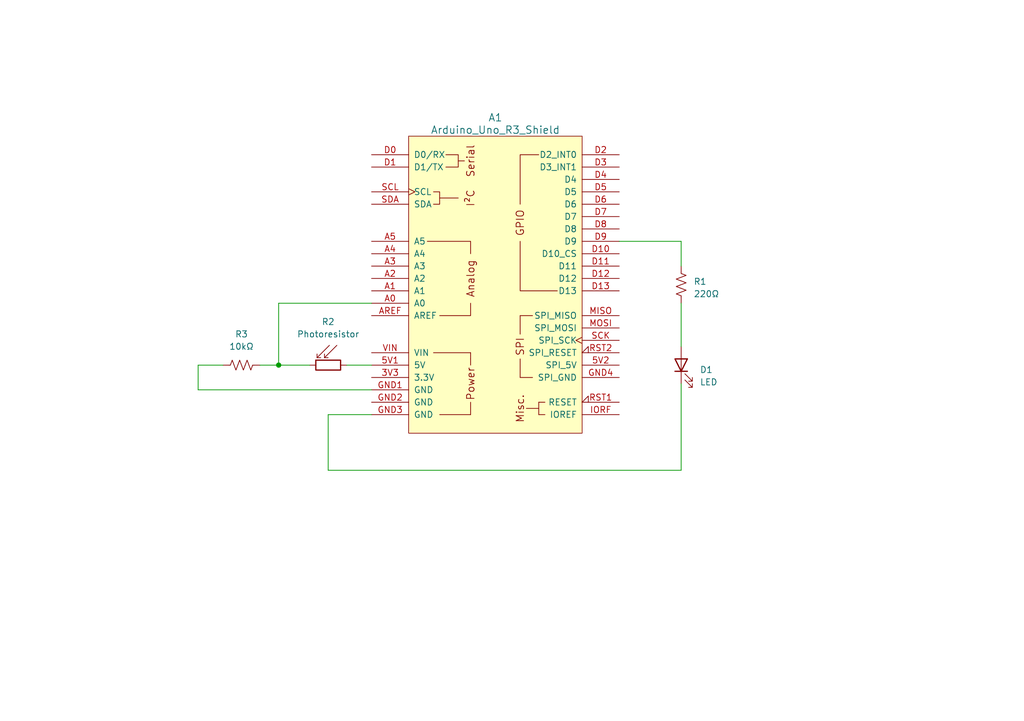
<source format=kicad_sch>
(kicad_sch (version 20230121) (generator eeschema)

  (uuid c28b344a-4fcb-4203-a01e-172d139c4367)

  (paper "A5")

  (title_block
    (title "Sensor LED")
  )

  (lib_symbols
    (symbol "Device:LED" (pin_numbers hide) (pin_names (offset 1.016) hide) (in_bom yes) (on_board yes)
      (property "Reference" "D" (at 0 2.54 0)
        (effects (font (size 1.27 1.27)))
      )
      (property "Value" "LED" (at 0 -2.54 0)
        (effects (font (size 1.27 1.27)))
      )
      (property "Footprint" "" (at 0 0 0)
        (effects (font (size 1.27 1.27)) hide)
      )
      (property "Datasheet" "~" (at 0 0 0)
        (effects (font (size 1.27 1.27)) hide)
      )
      (property "ki_keywords" "LED diode" (at 0 0 0)
        (effects (font (size 1.27 1.27)) hide)
      )
      (property "ki_description" "Light emitting diode" (at 0 0 0)
        (effects (font (size 1.27 1.27)) hide)
      )
      (property "ki_fp_filters" "LED* LED_SMD:* LED_THT:*" (at 0 0 0)
        (effects (font (size 1.27 1.27)) hide)
      )
      (symbol "LED_0_1"
        (polyline
          (pts
            (xy -1.27 -1.27)
            (xy -1.27 1.27)
          )
          (stroke (width 0.254) (type default))
          (fill (type none))
        )
        (polyline
          (pts
            (xy -1.27 0)
            (xy 1.27 0)
          )
          (stroke (width 0) (type default))
          (fill (type none))
        )
        (polyline
          (pts
            (xy 1.27 -1.27)
            (xy 1.27 1.27)
            (xy -1.27 0)
            (xy 1.27 -1.27)
          )
          (stroke (width 0.254) (type default))
          (fill (type none))
        )
        (polyline
          (pts
            (xy -3.048 -0.762)
            (xy -4.572 -2.286)
            (xy -3.81 -2.286)
            (xy -4.572 -2.286)
            (xy -4.572 -1.524)
          )
          (stroke (width 0) (type default))
          (fill (type none))
        )
        (polyline
          (pts
            (xy -1.778 -0.762)
            (xy -3.302 -2.286)
            (xy -2.54 -2.286)
            (xy -3.302 -2.286)
            (xy -3.302 -1.524)
          )
          (stroke (width 0) (type default))
          (fill (type none))
        )
      )
      (symbol "LED_1_1"
        (pin passive line (at -3.81 0 0) (length 2.54)
          (name "K" (effects (font (size 1.27 1.27))))
          (number "1" (effects (font (size 1.27 1.27))))
        )
        (pin passive line (at 3.81 0 180) (length 2.54)
          (name "A" (effects (font (size 1.27 1.27))))
          (number "2" (effects (font (size 1.27 1.27))))
        )
      )
    )
    (symbol "Device:R_Photo" (pin_numbers hide) (pin_names (offset 0)) (in_bom yes) (on_board yes)
      (property "Reference" "R" (at 1.27 1.27 0)
        (effects (font (size 1.27 1.27)) (justify left))
      )
      (property "Value" "R_Photo" (at 1.27 0 0)
        (effects (font (size 1.27 1.27)) (justify left top))
      )
      (property "Footprint" "" (at 1.27 -6.35 90)
        (effects (font (size 1.27 1.27)) (justify left) hide)
      )
      (property "Datasheet" "~" (at 0 -1.27 0)
        (effects (font (size 1.27 1.27)) hide)
      )
      (property "ki_keywords" "resistor variable light sensitive opto LDR" (at 0 0 0)
        (effects (font (size 1.27 1.27)) hide)
      )
      (property "ki_description" "Photoresistor" (at 0 0 0)
        (effects (font (size 1.27 1.27)) hide)
      )
      (property "ki_fp_filters" "*LDR* R?LDR*" (at 0 0 0)
        (effects (font (size 1.27 1.27)) hide)
      )
      (symbol "R_Photo_0_1"
        (rectangle (start -1.016 2.54) (end 1.016 -2.54)
          (stroke (width 0.254) (type default))
          (fill (type none))
        )
        (polyline
          (pts
            (xy -1.524 -2.286)
            (xy -4.064 0.254)
          )
          (stroke (width 0) (type default))
          (fill (type none))
        )
        (polyline
          (pts
            (xy -1.524 -2.286)
            (xy -2.286 -2.286)
          )
          (stroke (width 0) (type default))
          (fill (type none))
        )
        (polyline
          (pts
            (xy -1.524 -2.286)
            (xy -1.524 -1.524)
          )
          (stroke (width 0) (type default))
          (fill (type none))
        )
        (polyline
          (pts
            (xy -1.524 -0.762)
            (xy -4.064 1.778)
          )
          (stroke (width 0) (type default))
          (fill (type none))
        )
        (polyline
          (pts
            (xy -1.524 -0.762)
            (xy -2.286 -0.762)
          )
          (stroke (width 0) (type default))
          (fill (type none))
        )
        (polyline
          (pts
            (xy -1.524 -0.762)
            (xy -1.524 0)
          )
          (stroke (width 0) (type default))
          (fill (type none))
        )
      )
      (symbol "R_Photo_1_1"
        (pin passive line (at 0 3.81 270) (length 1.27)
          (name "~" (effects (font (size 1.27 1.27))))
          (number "1" (effects (font (size 1.27 1.27))))
        )
        (pin passive line (at 0 -3.81 90) (length 1.27)
          (name "~" (effects (font (size 1.27 1.27))))
          (number "2" (effects (font (size 1.27 1.27))))
        )
      )
    )
    (symbol "Device:R_US" (pin_numbers hide) (pin_names (offset 0)) (in_bom yes) (on_board yes)
      (property "Reference" "R" (at 2.54 0 90)
        (effects (font (size 1.27 1.27)))
      )
      (property "Value" "R_US" (at -2.54 0 90)
        (effects (font (size 1.27 1.27)))
      )
      (property "Footprint" "" (at 1.016 -0.254 90)
        (effects (font (size 1.27 1.27)) hide)
      )
      (property "Datasheet" "~" (at 0 0 0)
        (effects (font (size 1.27 1.27)) hide)
      )
      (property "ki_keywords" "R res resistor" (at 0 0 0)
        (effects (font (size 1.27 1.27)) hide)
      )
      (property "ki_description" "Resistor, US symbol" (at 0 0 0)
        (effects (font (size 1.27 1.27)) hide)
      )
      (property "ki_fp_filters" "R_*" (at 0 0 0)
        (effects (font (size 1.27 1.27)) hide)
      )
      (symbol "R_US_0_1"
        (polyline
          (pts
            (xy 0 -2.286)
            (xy 0 -2.54)
          )
          (stroke (width 0) (type default))
          (fill (type none))
        )
        (polyline
          (pts
            (xy 0 2.286)
            (xy 0 2.54)
          )
          (stroke (width 0) (type default))
          (fill (type none))
        )
        (polyline
          (pts
            (xy 0 -0.762)
            (xy 1.016 -1.143)
            (xy 0 -1.524)
            (xy -1.016 -1.905)
            (xy 0 -2.286)
          )
          (stroke (width 0) (type default))
          (fill (type none))
        )
        (polyline
          (pts
            (xy 0 0.762)
            (xy 1.016 0.381)
            (xy 0 0)
            (xy -1.016 -0.381)
            (xy 0 -0.762)
          )
          (stroke (width 0) (type default))
          (fill (type none))
        )
        (polyline
          (pts
            (xy 0 2.286)
            (xy 1.016 1.905)
            (xy 0 1.524)
            (xy -1.016 1.143)
            (xy 0 0.762)
          )
          (stroke (width 0) (type default))
          (fill (type none))
        )
      )
      (symbol "R_US_1_1"
        (pin passive line (at 0 3.81 270) (length 1.27)
          (name "~" (effects (font (size 1.27 1.27))))
          (number "1" (effects (font (size 1.27 1.27))))
        )
        (pin passive line (at 0 -3.81 90) (length 1.27)
          (name "~" (effects (font (size 1.27 1.27))))
          (number "2" (effects (font (size 1.27 1.27))))
        )
      )
    )
    (symbol "PCM_arduino-library:Arduino_Uno_R3_Shield" (pin_names (offset 1.016)) (in_bom yes) (on_board yes)
      (property "Reference" "A" (at 0 36.83 0)
        (effects (font (size 1.524 1.524)))
      )
      (property "Value" "Arduino_Uno_R3_Shield" (at 0 33.02 0)
        (effects (font (size 1.524 1.524)))
      )
      (property "Footprint" "PCM_arduino-library:Arduino_Uno_R3_Shield" (at 0 -38.1 0)
        (effects (font (size 1.524 1.524)) hide)
      )
      (property "Datasheet" "https://docs.arduino.cc/hardware/uno-rev3" (at 0 -34.29 0)
        (effects (font (size 1.524 1.524)) hide)
      )
      (property "ki_keywords" "Arduino MPU Shield" (at 0 0 0)
        (effects (font (size 1.27 1.27)) hide)
      )
      (property "ki_description" "Shield for Arduino Uno R3" (at 0 0 0)
        (effects (font (size 1.27 1.27)) hide)
      )
      (property "ki_fp_filters" "Arduino_Uno_R3_Shield" (at 0 0 0)
        (effects (font (size 1.27 1.27)) hide)
      )
      (symbol "Arduino_Uno_R3_Shield_0_0"
        (rectangle (start -17.78 30.48) (end 17.78 -30.48)
          (stroke (width 0) (type default))
          (fill (type background))
        )
        (rectangle (start -12.7 -13.97) (end -5.08 -13.97)
          (stroke (width 0) (type default))
          (fill (type none))
        )
        (rectangle (start -11.43 -26.67) (end -5.08 -26.67)
          (stroke (width 0) (type default))
          (fill (type none))
        )
        (polyline
          (pts
            (xy -11.43 17.78)
            (xy -7.62 17.78)
          )
          (stroke (width 0) (type default))
          (fill (type none))
        )
        (polyline
          (pts
            (xy -7.62 25.4)
            (xy -6.35 25.4)
          )
          (stroke (width 0) (type default))
          (fill (type none))
        )
        (polyline
          (pts
            (xy -5.08 -26.67)
            (xy -5.08 -24.13)
          )
          (stroke (width 0) (type default))
          (fill (type none))
        )
        (polyline
          (pts
            (xy -5.08 -15.24)
            (xy -5.08 -16.51)
          )
          (stroke (width 0) (type default))
          (fill (type none))
        )
        (polyline
          (pts
            (xy -5.08 -13.97)
            (xy -5.08 -15.24)
          )
          (stroke (width 0) (type default))
          (fill (type none))
        )
        (polyline
          (pts
            (xy -5.08 -3.81)
            (xy -5.08 -6.35)
            (xy -11.43 -6.35)
          )
          (stroke (width 0) (type default))
          (fill (type none))
        )
        (polyline
          (pts
            (xy -5.08 6.35)
            (xy -5.08 8.89)
            (xy -13.97 8.89)
          )
          (stroke (width 0) (type default))
          (fill (type none))
        )
        (polyline
          (pts
            (xy 5.08 8.89)
            (xy 5.08 -1.27)
            (xy 12.7 -1.27)
          )
          (stroke (width 0) (type default))
          (fill (type none))
        )
        (polyline
          (pts
            (xy 5.08 16.51)
            (xy 5.08 26.67)
            (xy 8.89 26.67)
          )
          (stroke (width 0) (type default))
          (fill (type none))
        )
        (polyline
          (pts
            (xy -12.7 19.05)
            (xy -11.43 19.05)
            (xy -11.43 16.51)
            (xy -12.7 16.51)
          )
          (stroke (width 0) (type default))
          (fill (type none))
        )
        (polyline
          (pts
            (xy -10.16 26.67)
            (xy -7.62 26.67)
            (xy -7.62 24.13)
            (xy -10.16 24.13)
          )
          (stroke (width 0) (type default))
          (fill (type none))
        )
        (rectangle (start 5.08 -19.05) (end 5.08 -15.24)
          (stroke (width 0) (type default))
          (fill (type none))
        )
        (rectangle (start 5.08 -19.05) (end 7.62 -19.05)
          (stroke (width 0) (type default))
          (fill (type none))
        )
        (rectangle (start 5.08 -10.16) (end 5.08 -6.35)
          (stroke (width 0) (type default))
          (fill (type none))
        )
        (rectangle (start 7.62 -6.35) (end 5.08 -6.35)
          (stroke (width 0) (type default))
          (fill (type none))
        )
        (rectangle (start 8.89 -25.4) (end 6.35 -25.4)
          (stroke (width 0) (type default))
          (fill (type none))
        )
        (rectangle (start 8.89 -24.13) (end 8.89 -26.67)
          (stroke (width 0) (type default))
          (fill (type none))
        )
        (rectangle (start 10.16 -26.67) (end 8.89 -26.67)
          (stroke (width 0) (type default))
          (fill (type none))
        )
        (rectangle (start 10.16 -24.13) (end 8.89 -24.13)
          (stroke (width 0) (type default))
          (fill (type none))
        )
        (text "Analog" (at -5.08 1.27 900)
          (effects (font (size 1.524 1.524)))
        )
        (text "I²C" (at -5.08 17.78 900)
          (effects (font (size 1.524 1.524)))
        )
        (text "Misc." (at 5.08 -25.4 900)
          (effects (font (size 1.524 1.524)))
        )
        (text "Power" (at -5.08 -20.32 900)
          (effects (font (size 1.524 1.524)))
        )
        (text "Serial" (at -5.08 25.4 900)
          (effects (font (size 1.524 1.524)))
        )
        (text "SPI" (at 5.08 -12.7 900)
          (effects (font (size 1.524 1.524)))
        )
      )
      (symbol "Arduino_Uno_R3_Shield_1_0"
        (text "GPIO" (at 5.08 12.7 900)
          (effects (font (size 1.524 1.524)))
        )
      )
      (symbol "Arduino_Uno_R3_Shield_1_1"
        (pin power_out line (at -25.4 -19.05 0) (length 7.62)
          (name "3.3V" (effects (font (size 1.27 1.27))))
          (number "3V3" (effects (font (size 1.27 1.27))))
        )
        (pin power_in line (at -25.4 -16.51 0) (length 7.62)
          (name "5V" (effects (font (size 1.27 1.27))))
          (number "5V1" (effects (font (size 1.27 1.27))))
        )
        (pin power_in line (at 25.4 -16.51 180) (length 7.62)
          (name "SPI_5V" (effects (font (size 1.27 1.27))))
          (number "5V2" (effects (font (size 1.27 1.27))))
        )
        (pin bidirectional line (at -25.4 -3.81 0) (length 7.62)
          (name "A0" (effects (font (size 1.27 1.27))))
          (number "A0" (effects (font (size 1.27 1.27))))
        )
        (pin bidirectional line (at -25.4 -1.27 0) (length 7.62)
          (name "A1" (effects (font (size 1.27 1.27))))
          (number "A1" (effects (font (size 1.27 1.27))))
        )
        (pin bidirectional line (at -25.4 1.27 0) (length 7.62)
          (name "A2" (effects (font (size 1.27 1.27))))
          (number "A2" (effects (font (size 1.27 1.27))))
        )
        (pin bidirectional line (at -25.4 3.81 0) (length 7.62)
          (name "A3" (effects (font (size 1.27 1.27))))
          (number "A3" (effects (font (size 1.27 1.27))))
        )
        (pin bidirectional line (at -25.4 6.35 0) (length 7.62)
          (name "A4" (effects (font (size 1.27 1.27))))
          (number "A4" (effects (font (size 1.27 1.27))))
        )
        (pin bidirectional line (at -25.4 8.89 0) (length 7.62)
          (name "A5" (effects (font (size 1.27 1.27))))
          (number "A5" (effects (font (size 1.27 1.27))))
        )
        (pin input line (at -25.4 -6.35 0) (length 7.62)
          (name "AREF" (effects (font (size 1.27 1.27))))
          (number "AREF" (effects (font (size 1.27 1.27))))
        )
        (pin bidirectional line (at -25.4 26.67 0) (length 7.62)
          (name "D0/RX" (effects (font (size 1.27 1.27))))
          (number "D0" (effects (font (size 1.27 1.27))))
        )
        (pin bidirectional line (at -25.4 24.13 0) (length 7.62)
          (name "D1/TX" (effects (font (size 1.27 1.27))))
          (number "D1" (effects (font (size 1.27 1.27))))
        )
        (pin bidirectional line (at 25.4 6.35 180) (length 7.62)
          (name "D10_CS" (effects (font (size 1.27 1.27))))
          (number "D10" (effects (font (size 1.27 1.27))))
        )
        (pin bidirectional line (at 25.4 3.81 180) (length 7.62)
          (name "D11" (effects (font (size 1.27 1.27))))
          (number "D11" (effects (font (size 1.27 1.27))))
        )
        (pin bidirectional line (at 25.4 1.27 180) (length 7.62)
          (name "D12" (effects (font (size 1.27 1.27))))
          (number "D12" (effects (font (size 1.27 1.27))))
        )
        (pin bidirectional line (at 25.4 -1.27 180) (length 7.62)
          (name "D13" (effects (font (size 1.27 1.27))))
          (number "D13" (effects (font (size 1.27 1.27))))
        )
        (pin bidirectional line (at 25.4 26.67 180) (length 7.62)
          (name "D2_INT0" (effects (font (size 1.27 1.27))))
          (number "D2" (effects (font (size 1.27 1.27))))
        )
        (pin bidirectional line (at 25.4 24.13 180) (length 7.62)
          (name "D3_INT1" (effects (font (size 1.27 1.27))))
          (number "D3" (effects (font (size 1.27 1.27))))
        )
        (pin bidirectional line (at 25.4 21.59 180) (length 7.62)
          (name "D4" (effects (font (size 1.27 1.27))))
          (number "D4" (effects (font (size 1.27 1.27))))
        )
        (pin bidirectional line (at 25.4 19.05 180) (length 7.62)
          (name "D5" (effects (font (size 1.27 1.27))))
          (number "D5" (effects (font (size 1.27 1.27))))
        )
        (pin bidirectional line (at 25.4 16.51 180) (length 7.62)
          (name "D6" (effects (font (size 1.27 1.27))))
          (number "D6" (effects (font (size 1.27 1.27))))
        )
        (pin bidirectional line (at 25.4 13.97 180) (length 7.62)
          (name "D7" (effects (font (size 1.27 1.27))))
          (number "D7" (effects (font (size 1.27 1.27))))
        )
        (pin bidirectional line (at 25.4 11.43 180) (length 7.62)
          (name "D8" (effects (font (size 1.27 1.27))))
          (number "D8" (effects (font (size 1.27 1.27))))
        )
        (pin bidirectional line (at 25.4 8.89 180) (length 7.62)
          (name "D9" (effects (font (size 1.27 1.27))))
          (number "D9" (effects (font (size 1.27 1.27))))
        )
        (pin power_in line (at -25.4 -21.59 0) (length 7.62)
          (name "GND" (effects (font (size 1.27 1.27))))
          (number "GND1" (effects (font (size 1.27 1.27))))
        )
        (pin power_in line (at -25.4 -24.13 0) (length 7.62)
          (name "GND" (effects (font (size 1.27 1.27))))
          (number "GND2" (effects (font (size 1.27 1.27))))
        )
        (pin power_in line (at -25.4 -26.67 0) (length 7.62)
          (name "GND" (effects (font (size 1.27 1.27))))
          (number "GND3" (effects (font (size 1.27 1.27))))
        )
        (pin power_in line (at 25.4 -19.05 180) (length 7.62)
          (name "SPI_GND" (effects (font (size 1.27 1.27))))
          (number "GND4" (effects (font (size 1.27 1.27))))
        )
        (pin output line (at 25.4 -26.67 180) (length 7.62)
          (name "IOREF" (effects (font (size 1.27 1.27))))
          (number "IORF" (effects (font (size 1.27 1.27))))
        )
        (pin input line (at 25.4 -6.35 180) (length 7.62)
          (name "SPI_MISO" (effects (font (size 1.27 1.27))))
          (number "MISO" (effects (font (size 1.27 1.27))))
        )
        (pin output line (at 25.4 -8.89 180) (length 7.62)
          (name "SPI_MOSI" (effects (font (size 1.27 1.27))))
          (number "MOSI" (effects (font (size 1.27 1.27))))
        )
        (pin open_collector input_low (at 25.4 -24.13 180) (length 7.62)
          (name "RESET" (effects (font (size 1.27 1.27))))
          (number "RST1" (effects (font (size 1.27 1.27))))
        )
        (pin open_collector input_low (at 25.4 -13.97 180) (length 7.62)
          (name "SPI_RESET" (effects (font (size 1.27 1.27))))
          (number "RST2" (effects (font (size 1.27 1.27))))
        )
        (pin output clock (at 25.4 -11.43 180) (length 7.62)
          (name "SPI_SCK" (effects (font (size 1.27 1.27))))
          (number "SCK" (effects (font (size 1.27 1.27))))
        )
        (pin bidirectional clock (at -25.4 19.05 0) (length 7.62)
          (name "SCL" (effects (font (size 1.27 1.27))))
          (number "SCL" (effects (font (size 1.27 1.27))))
        )
        (pin bidirectional line (at -25.4 16.51 0) (length 7.62)
          (name "SDA" (effects (font (size 1.27 1.27))))
          (number "SDA" (effects (font (size 1.27 1.27))))
        )
        (pin power_in line (at -25.4 -13.97 0) (length 7.62)
          (name "VIN" (effects (font (size 1.27 1.27))))
          (number "VIN" (effects (font (size 1.27 1.27))))
        )
      )
    )
  )

  (junction (at 57.15 74.93) (diameter 0) (color 0 0 0 0)
    (uuid 64fac82f-e247-4ef2-bd0a-b2bd6c7a2199)
  )

  (wire (pts (xy 53.34 74.93) (xy 57.15 74.93))
    (stroke (width 0) (type default))
    (uuid 19a19763-7e24-4510-8625-c48304ea80cf)
  )
  (wire (pts (xy 127 49.53) (xy 139.7 49.53))
    (stroke (width 0) (type default))
    (uuid 2cb709b8-3ccc-4582-9262-d0e5926d17f4)
  )
  (wire (pts (xy 139.7 49.53) (xy 139.7 54.61))
    (stroke (width 0) (type default))
    (uuid 36c50f4e-f790-40e0-8afa-fbe4ab5ed341)
  )
  (wire (pts (xy 67.31 96.52) (xy 67.31 85.09))
    (stroke (width 0) (type default))
    (uuid 38447dcd-f8d7-4465-b6fc-53d20648e67c)
  )
  (wire (pts (xy 139.7 96.52) (xy 67.31 96.52))
    (stroke (width 0) (type default))
    (uuid 5502b19d-e650-4a1c-9c87-7e1a2122e561)
  )
  (wire (pts (xy 40.64 74.93) (xy 40.64 80.01))
    (stroke (width 0) (type default))
    (uuid 754e1ca2-8e80-4768-abd9-f98ff461bc37)
  )
  (wire (pts (xy 40.64 80.01) (xy 76.2 80.01))
    (stroke (width 0) (type default))
    (uuid 75f1641b-008a-48ce-886f-404a5e83c018)
  )
  (wire (pts (xy 139.7 62.23) (xy 139.7 71.12))
    (stroke (width 0) (type default))
    (uuid 839d69f4-ccd6-49ca-a075-57779d202cdf)
  )
  (wire (pts (xy 71.12 74.93) (xy 76.2 74.93))
    (stroke (width 0) (type default))
    (uuid 8769a6ea-6ca0-4bf8-a6e9-0f088c64dc5a)
  )
  (wire (pts (xy 57.15 74.93) (xy 63.5 74.93))
    (stroke (width 0) (type default))
    (uuid 8fd06bfb-1b8d-46a1-bf53-a48e10243330)
  )
  (wire (pts (xy 139.7 78.74) (xy 139.7 96.52))
    (stroke (width 0) (type default))
    (uuid b8eb402d-af1d-44c3-8e8d-ae336c02ccfc)
  )
  (wire (pts (xy 57.15 74.93) (xy 57.15 62.23))
    (stroke (width 0) (type default))
    (uuid bf43f917-07e6-473e-b0fc-b66e1f15bd78)
  )
  (wire (pts (xy 57.15 62.23) (xy 76.2 62.23))
    (stroke (width 0) (type default))
    (uuid dba7a801-aa56-443c-937f-6265e6b91319)
  )
  (wire (pts (xy 45.72 74.93) (xy 40.64 74.93))
    (stroke (width 0) (type default))
    (uuid f305e42b-ab08-45eb-b8da-4241ccd19f88)
  )
  (wire (pts (xy 67.31 85.09) (xy 76.2 85.09))
    (stroke (width 0) (type default))
    (uuid f9147a9b-af41-49e7-8c7c-ea50a7ce258a)
  )

  (symbol (lib_id "PCM_arduino-library:Arduino_Uno_R3_Shield") (at 101.6 58.42 0) (unit 1)
    (in_bom yes) (on_board yes) (dnp no) (fields_autoplaced)
    (uuid 0dffaaf5-541b-41dd-8305-fe8eb265720f)
    (property "Reference" "A1" (at 101.6 24.13 0)
      (effects (font (size 1.524 1.524)))
    )
    (property "Value" "Arduino_Uno_R3_Shield" (at 101.6 26.67 0)
      (effects (font (size 1.524 1.524)))
    )
    (property "Footprint" "PCM_arduino-library:Arduino_Uno_R3_Shield" (at 101.6 96.52 0)
      (effects (font (size 1.524 1.524)) hide)
    )
    (property "Datasheet" "https://docs.arduino.cc/hardware/uno-rev3" (at 101.6 92.71 0)
      (effects (font (size 1.524 1.524)) hide)
    )
    (pin "3V3" (uuid 1d1f60de-57d8-40ec-920b-0881c5c1860d))
    (pin "5V1" (uuid 2fed3269-f9dc-4093-9f68-4c53015157f9))
    (pin "5V2" (uuid 3619d104-77a7-42b5-9829-ab9a9c140195))
    (pin "A0" (uuid 91e12f67-8b29-4f62-abb9-616e38535618))
    (pin "A1" (uuid d2e2f1d1-78b8-4c2e-b7f1-de1dcef6439f))
    (pin "A2" (uuid 691dbfe9-e8eb-4b61-9da4-56ae6c0d45dc))
    (pin "A3" (uuid 2fb90899-5325-4be9-900d-e1282c851605))
    (pin "A4" (uuid 7bac3ca0-9554-41d6-9cf5-ca1100d4a4a8))
    (pin "A5" (uuid 934dcbb2-69d2-4502-a3d0-fb8ff21164f0))
    (pin "AREF" (uuid faaa008d-277f-4af6-ba5e-5251232ced55))
    (pin "D0" (uuid bf139933-ebae-4283-b75d-499fb47ed79b))
    (pin "D1" (uuid 592ee3fe-9c01-4d91-88a8-8056915df5f0))
    (pin "D10" (uuid 80103133-9ea4-47c3-9969-a1aceec9f4d2))
    (pin "D11" (uuid 220e7376-3dbb-45ae-8030-45235d69d307))
    (pin "D12" (uuid fc214a5e-2342-45dc-8db6-b5fc54b63078))
    (pin "D13" (uuid 2c85e385-3f23-4608-9e1d-cc3024f56dc8))
    (pin "D2" (uuid 2882448d-2d7a-424d-85f8-e0115766ba05))
    (pin "D3" (uuid 0871761b-7a04-4613-9054-d76b30137152))
    (pin "D4" (uuid 22bc3bc6-25fa-42f4-a98f-4c100ea39d99))
    (pin "D5" (uuid d58d442b-8aac-4833-b789-5df64c977111))
    (pin "D6" (uuid ff1da670-11b2-48bd-b424-bdd3907a469b))
    (pin "D7" (uuid d263cdcb-ffde-4633-bfcd-ac2d4520d308))
    (pin "D8" (uuid c071c515-afd6-46c6-a98f-f047560bdf62))
    (pin "D9" (uuid f833bcc0-e9fc-44aa-845a-15a7cf029f4f))
    (pin "GND1" (uuid b7204a4f-1dd1-4bd0-b5fe-bedad4fe68da))
    (pin "GND2" (uuid c1b1ce3e-d37f-4e81-8d01-9d5227647458))
    (pin "GND3" (uuid c0014e99-42f9-4c2e-a5d7-d22b451b25b9))
    (pin "GND4" (uuid 499e0513-5532-4fe3-9e7f-317b5c51ba4d))
    (pin "IORF" (uuid 87bdd029-31d8-4554-a64d-f7f71e0ae7a6))
    (pin "MISO" (uuid 076b5e8b-bd35-4e2a-a20f-4cac9b850508))
    (pin "MOSI" (uuid 1c701762-ea42-468b-990f-40d7a506be54))
    (pin "RST1" (uuid 3735ab37-97b5-4553-899a-e9cdcca38b3b))
    (pin "RST2" (uuid c6a25c41-2158-4e6a-9757-bc83097e98e5))
    (pin "SCK" (uuid 0e1005ad-c934-4f39-b166-689a5f5ffa0f))
    (pin "SCL" (uuid 3173bb44-3644-4a9c-a7ea-6227d3f9075a))
    (pin "SDA" (uuid e3fe04aa-6caa-4e0e-8b94-398e3019a931))
    (pin "VIN" (uuid 3a24f3f6-3715-473c-a207-8fdebe63158d))
    (instances
      (project "sensor_led"
        (path "/c28b344a-4fcb-4203-a01e-172d139c4367"
          (reference "A1") (unit 1)
        )
      )
    )
  )

  (symbol (lib_id "Device:LED") (at 139.7 74.93 90) (unit 1)
    (in_bom yes) (on_board yes) (dnp no) (fields_autoplaced)
    (uuid 2b79ba7e-cab5-4540-a8be-016498c80cd9)
    (property "Reference" "D1" (at 143.51 75.8825 90)
      (effects (font (size 1.27 1.27)) (justify right))
    )
    (property "Value" "LED" (at 143.51 78.4225 90)
      (effects (font (size 1.27 1.27)) (justify right))
    )
    (property "Footprint" "" (at 139.7 74.93 0)
      (effects (font (size 1.27 1.27)) hide)
    )
    (property "Datasheet" "~" (at 139.7 74.93 0)
      (effects (font (size 1.27 1.27)) hide)
    )
    (pin "1" (uuid 0c97b419-3f21-41e9-b31a-29e0eb065090))
    (pin "2" (uuid 285abfb0-60a4-4bb4-b798-3767fa78a7cb))
    (instances
      (project "sensor_led"
        (path "/c28b344a-4fcb-4203-a01e-172d139c4367"
          (reference "D1") (unit 1)
        )
      )
    )
  )

  (symbol (lib_id "Device:R_US") (at 49.53 74.93 270) (unit 1)
    (in_bom yes) (on_board yes) (dnp no)
    (uuid 761a8ded-8715-4fc3-ac66-ab6808504abc)
    (property "Reference" "R3" (at 49.53 68.58 90)
      (effects (font (size 1.27 1.27)))
    )
    (property "Value" "10kΩ" (at 49.53 71.12 90)
      (effects (font (size 1.27 1.27)))
    )
    (property "Footprint" "" (at 49.276 75.946 90)
      (effects (font (size 1.27 1.27)) hide)
    )
    (property "Datasheet" "~" (at 49.53 74.93 0)
      (effects (font (size 1.27 1.27)) hide)
    )
    (pin "1" (uuid e27ee2d2-260e-4ae6-b862-61f723dfc04f))
    (pin "2" (uuid 8cb03a3e-486e-43b3-b37d-855423007052))
    (instances
      (project "sensor_led"
        (path "/c28b344a-4fcb-4203-a01e-172d139c4367"
          (reference "R3") (unit 1)
        )
      )
    )
  )

  (symbol (lib_id "Device:R_US") (at 139.7 58.42 0) (unit 1)
    (in_bom yes) (on_board yes) (dnp no) (fields_autoplaced)
    (uuid e72e2a5e-77ef-4718-b502-dc745df69f4f)
    (property "Reference" "R1" (at 142.24 57.785 0)
      (effects (font (size 1.27 1.27)) (justify left))
    )
    (property "Value" "220Ω" (at 142.24 60.325 0)
      (effects (font (size 1.27 1.27)) (justify left))
    )
    (property "Footprint" "" (at 140.716 58.674 90)
      (effects (font (size 1.27 1.27)) hide)
    )
    (property "Datasheet" "~" (at 139.7 58.42 0)
      (effects (font (size 1.27 1.27)) hide)
    )
    (pin "1" (uuid 78dd43cd-e9e6-4f53-89ef-c384c8c84a0f))
    (pin "2" (uuid b03bb7d4-b3bb-4dc4-a636-3a565645b76a))
    (instances
      (project "sensor_led"
        (path "/c28b344a-4fcb-4203-a01e-172d139c4367"
          (reference "R1") (unit 1)
        )
      )
    )
  )

  (symbol (lib_id "Device:R_Photo") (at 67.31 74.93 270) (unit 1)
    (in_bom yes) (on_board yes) (dnp no)
    (uuid ee3b6d99-771b-4d46-bc05-e509c5dec20e)
    (property "Reference" "R2" (at 67.31 66.04 90)
      (effects (font (size 1.27 1.27)))
    )
    (property "Value" "Photoresistor" (at 67.31 68.58 90)
      (effects (font (size 1.27 1.27)))
    )
    (property "Footprint" "" (at 60.96 76.2 90)
      (effects (font (size 1.27 1.27)) (justify left) hide)
    )
    (property "Datasheet" "~" (at 66.04 74.93 0)
      (effects (font (size 1.27 1.27)) hide)
    )
    (pin "1" (uuid d4d87c00-c0b8-4652-b12c-7bbb4365bec8))
    (pin "2" (uuid 70d72304-4cb1-43a1-8808-5f193d0c8fe5))
    (instances
      (project "sensor_led"
        (path "/c28b344a-4fcb-4203-a01e-172d139c4367"
          (reference "R2") (unit 1)
        )
      )
    )
  )

  (sheet_instances
    (path "/" (page "1"))
  )
)

</source>
